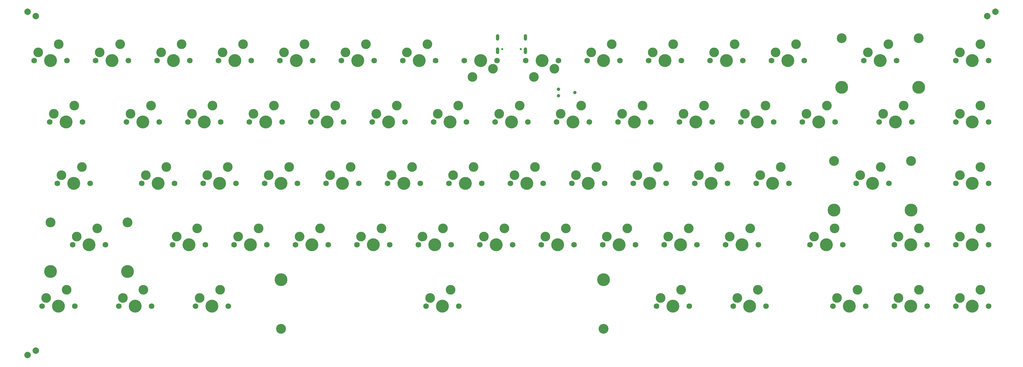
<source format=gts>
G04 #@! TF.GenerationSoftware,KiCad,Pcbnew,(7.0.0)*
G04 #@! TF.CreationDate,2023-05-15T22:10:03-07:00*
G04 #@! TF.ProjectId,pcb-hotswap-rails,7063622d-686f-4747-9377-61702d726169,1.0*
G04 #@! TF.SameCoordinates,Original*
G04 #@! TF.FileFunction,Soldermask,Top*
G04 #@! TF.FilePolarity,Negative*
%FSLAX46Y46*%
G04 Gerber Fmt 4.6, Leading zero omitted, Abs format (unit mm)*
G04 Created by KiCad (PCBNEW (7.0.0)) date 2023-05-15 22:10:03*
%MOMM*%
%LPD*%
G01*
G04 APERTURE LIST*
%ADD10C,1.750000*%
%ADD11C,3.000000*%
%ADD12C,4.000000*%
%ADD13C,2.000000*%
%ADD14C,3.048000*%
%ADD15C,3.987800*%
%ADD16C,1.067000*%
%ADD17C,0.650000*%
%ADD18O,1.000000X2.000000*%
%ADD19O,1.050000X2.100000*%
G04 APERTURE END LIST*
D10*
G04 #@! TO.C,MX18*
X52194500Y74800000D03*
D11*
X53464500Y77340000D03*
D12*
X57274500Y74800000D03*
D11*
X59814500Y79880000D03*
D10*
X62354500Y74800000D03*
G04 #@! TD*
G04 #@! TO.C,MX6*
X99819500Y93850000D03*
D11*
X101089500Y96390000D03*
D12*
X104899500Y93850000D03*
D11*
X107439500Y98930000D03*
D10*
X109979500Y93850000D03*
G04 #@! TD*
D13*
G04 #@! TO.C,REF\u002A\u002A*
X2500000Y109000000D03*
G04 #@! TD*
D10*
G04 #@! TO.C,MX67*
X290319500Y17650000D03*
D11*
X291589500Y20190000D03*
D12*
X295399500Y17650000D03*
D11*
X297939500Y22730000D03*
D10*
X300479500Y17650000D03*
G04 #@! TD*
G04 #@! TO.C,MX59*
X6950750Y17650000D03*
D11*
X8220750Y20190000D03*
D12*
X12030750Y17650000D03*
D11*
X14570750Y22730000D03*
D10*
X17110750Y17650000D03*
G04 #@! TD*
G04 #@! TO.C,MX36*
X114107000Y55750000D03*
D11*
X115377000Y58290000D03*
D12*
X119187000Y55750000D03*
D11*
X121727000Y60830000D03*
D10*
X124267000Y55750000D03*
G04 #@! TD*
G04 #@! TO.C,MX2*
X23619500Y93850000D03*
D11*
X24889500Y96390000D03*
D12*
X28699500Y93850000D03*
D11*
X31239500Y98930000D03*
D10*
X33779500Y93850000D03*
G04 #@! TD*
G04 #@! TO.C,MX60*
X30763250Y17650000D03*
D11*
X32033250Y20190000D03*
D12*
X35843250Y17650000D03*
D11*
X38383250Y22730000D03*
D10*
X40923250Y17650000D03*
G04 #@! TD*
G04 #@! TO.C,MX58*
X290319500Y36700000D03*
D11*
X291589500Y39240000D03*
D12*
X295399500Y36700000D03*
D11*
X297939500Y41780000D03*
D10*
X300479500Y36700000D03*
G04 #@! TD*
G04 #@! TO.C,MX20*
X90294500Y74800000D03*
D11*
X91564500Y77340000D03*
D12*
X95374500Y74800000D03*
D11*
X97914500Y79880000D03*
D10*
X100454500Y74800000D03*
G04 #@! TD*
G04 #@! TO.C,MX40*
X190307000Y55750000D03*
D11*
X191577000Y58290000D03*
D12*
X195387000Y55750000D03*
D11*
X197927000Y60830000D03*
D10*
X200467000Y55750000D03*
G04 #@! TD*
G04 #@! TO.C,MX28*
X242694500Y74800000D03*
D11*
X243964500Y77340000D03*
D12*
X247774500Y74800000D03*
D11*
X250314500Y79880000D03*
D10*
X252854500Y74800000D03*
G04 #@! TD*
G04 #@! TO.C,MX52*
X161732000Y36700000D03*
D11*
X163002000Y39240000D03*
D12*
X166812000Y36700000D03*
D11*
X169352000Y41780000D03*
D10*
X171892000Y36700000D03*
G04 #@! TD*
G04 #@! TO.C,MX8*
X148079500Y93850000D03*
D11*
X146809500Y91310000D03*
D12*
X142999500Y93850000D03*
D11*
X140459500Y88770000D03*
D10*
X137919500Y93850000D03*
G04 #@! TD*
G04 #@! TO.C,MX12*
X214119500Y93850000D03*
D11*
X215389500Y96390000D03*
D12*
X219199500Y93850000D03*
D11*
X221739500Y98930000D03*
D10*
X224279500Y93850000D03*
G04 #@! TD*
G04 #@! TO.C,MX46*
X47432000Y36700000D03*
D11*
X48702000Y39240000D03*
D12*
X52512000Y36700000D03*
D11*
X55052000Y41780000D03*
D10*
X57592000Y36700000D03*
G04 #@! TD*
G04 #@! TO.C,MX38*
X152207000Y55750000D03*
D11*
X153477000Y58290000D03*
D12*
X157287000Y55750000D03*
D11*
X159827000Y60830000D03*
D10*
X162367000Y55750000D03*
G04 #@! TD*
G04 #@! TO.C,MX29*
X266507000Y74800000D03*
D11*
X267777000Y77340000D03*
D12*
X271587000Y74800000D03*
D11*
X274127000Y79880000D03*
D10*
X276667000Y74800000D03*
G04 #@! TD*
G04 #@! TO.C,MX33*
X56957000Y55750000D03*
D11*
X58227000Y58290000D03*
D12*
X62037000Y55750000D03*
D11*
X64577000Y60830000D03*
D10*
X67117000Y55750000D03*
G04 #@! TD*
G04 #@! TO.C,MX43*
X259363250Y55750000D03*
D11*
X260633250Y58290000D03*
D12*
X264443250Y55750000D03*
D11*
X266983250Y60830000D03*
D10*
X269523250Y55750000D03*
G04 #@! TD*
G04 #@! TO.C,MX34*
X76007000Y55750000D03*
D11*
X77277000Y58290000D03*
D12*
X81087000Y55750000D03*
D11*
X83627000Y60830000D03*
D10*
X86167000Y55750000D03*
G04 #@! TD*
D13*
G04 #@! TO.C,REF\u002A\u002A*
X5000000Y3850000D03*
G04 #@! TD*
D10*
G04 #@! TO.C,MX9*
X167129500Y93850000D03*
D11*
X165859500Y91310000D03*
D12*
X162049500Y93850000D03*
D11*
X159509500Y88770000D03*
D10*
X156969500Y93850000D03*
G04 #@! TD*
G04 #@! TO.C,MX64*
X221263250Y17650000D03*
D11*
X222533250Y20190000D03*
D12*
X226343250Y17650000D03*
D11*
X228883250Y22730000D03*
D10*
X231423250Y17650000D03*
G04 #@! TD*
G04 #@! TO.C,MX62*
X126013250Y17650000D03*
D11*
X127283250Y20190000D03*
D12*
X131093250Y17650000D03*
D11*
X133633250Y22730000D03*
D10*
X136173250Y17650000D03*
G04 #@! TD*
G04 #@! TO.C,MX1*
X4569500Y93850000D03*
D11*
X5839500Y96390000D03*
D12*
X9649500Y93850000D03*
D11*
X12189500Y98930000D03*
D10*
X14729500Y93850000D03*
G04 #@! TD*
G04 #@! TO.C,MX54*
X199832000Y36700000D03*
D11*
X201102000Y39240000D03*
D12*
X204912000Y36700000D03*
D11*
X207452000Y41780000D03*
D10*
X209992000Y36700000D03*
G04 #@! TD*
G04 #@! TO.C,MX48*
X85532000Y36700000D03*
D11*
X86802000Y39240000D03*
D12*
X90612000Y36700000D03*
D11*
X93152000Y41780000D03*
D10*
X95692000Y36700000D03*
G04 #@! TD*
G04 #@! TO.C,MX35*
X95057000Y55750000D03*
D11*
X96327000Y58290000D03*
D12*
X100137000Y55750000D03*
D11*
X102677000Y60830000D03*
D10*
X105217000Y55750000D03*
G04 #@! TD*
G04 #@! TO.C,MX57*
X271269500Y36700000D03*
D11*
X272539500Y39240000D03*
D12*
X276349500Y36700000D03*
D11*
X278889500Y41780000D03*
D10*
X281429500Y36700000D03*
G04 #@! TD*
D13*
G04 #@! TO.C,REF\u002A\u002A*
X2500000Y2500000D03*
G04 #@! TD*
D10*
G04 #@! TO.C,MX39*
X171257000Y55750000D03*
D11*
X172527000Y58290000D03*
D12*
X176337000Y55750000D03*
D11*
X178877000Y60830000D03*
D10*
X181417000Y55750000D03*
G04 #@! TD*
D13*
G04 #@! TO.C,REF\u002A\u002A*
X302549000Y109000000D03*
G04 #@! TD*
D10*
G04 #@! TO.C,MX21*
X109344500Y74800000D03*
D11*
X110614500Y77340000D03*
D12*
X114424500Y74800000D03*
D11*
X116964500Y79880000D03*
D10*
X119504500Y74800000D03*
G04 #@! TD*
G04 #@! TO.C,MX23*
X147444500Y74800000D03*
D11*
X148714500Y77340000D03*
D12*
X152524500Y74800000D03*
D11*
X155064500Y79880000D03*
D10*
X157604500Y74800000D03*
G04 #@! TD*
G04 #@! TO.C,MX19*
X71244500Y74800000D03*
D11*
X72514500Y77340000D03*
D12*
X76324500Y74800000D03*
D11*
X78864500Y79880000D03*
D10*
X81404500Y74800000D03*
G04 #@! TD*
G04 #@! TO.C,MX56*
X245075750Y36700000D03*
D11*
X246345750Y39240000D03*
D12*
X250155750Y36700000D03*
D11*
X252695750Y41780000D03*
D10*
X255235750Y36700000D03*
G04 #@! TD*
G04 #@! TO.C,MX44*
X290319500Y55750000D03*
D11*
X291589500Y58290000D03*
D12*
X295399500Y55750000D03*
D11*
X297939500Y60830000D03*
D10*
X300479500Y55750000D03*
G04 #@! TD*
D13*
G04 #@! TO.C,REF\u002A\u002A*
X300049000Y107650000D03*
G04 #@! TD*
D14*
G04 #@! TO.C,REF\u002A\u002A*
X254886500Y100835000D03*
D15*
X254886500Y85595000D03*
D14*
X278762500Y100835000D03*
D15*
X278762500Y85595000D03*
G04 #@! TD*
D10*
G04 #@! TO.C,MX7*
X118869500Y93850000D03*
D11*
X120139500Y96390000D03*
D12*
X123949500Y93850000D03*
D11*
X126489500Y98930000D03*
D10*
X129029500Y93850000D03*
G04 #@! TD*
G04 #@! TO.C,MX17*
X33144500Y74800000D03*
D11*
X34414500Y77340000D03*
D12*
X38224500Y74800000D03*
D11*
X40764500Y79880000D03*
D10*
X43304500Y74800000D03*
G04 #@! TD*
G04 #@! TO.C,MX63*
X197450750Y17650000D03*
D11*
X198720750Y20190000D03*
D12*
X202530750Y17650000D03*
D11*
X205070750Y22730000D03*
D10*
X207610750Y17650000D03*
G04 #@! TD*
G04 #@! TO.C,MX45*
X16475750Y36700000D03*
D11*
X17745750Y39240000D03*
D12*
X21555750Y36700000D03*
D11*
X24095750Y41780000D03*
D10*
X26635750Y36700000D03*
G04 #@! TD*
G04 #@! TO.C,MX16*
X9332000Y74800000D03*
D11*
X10602000Y77340000D03*
D12*
X14412000Y74800000D03*
D11*
X16952000Y79880000D03*
D10*
X19492000Y74800000D03*
G04 #@! TD*
G04 #@! TO.C,MX55*
X218882000Y36700000D03*
D11*
X220152000Y39240000D03*
D12*
X223962000Y36700000D03*
D11*
X226502000Y41780000D03*
D10*
X229042000Y36700000D03*
G04 #@! TD*
D14*
G04 #@! TO.C,REF\u002A\u002A*
X181093250Y10665000D03*
D15*
X181093250Y25905000D03*
D14*
X81093250Y10665000D03*
D15*
X81093250Y25905000D03*
G04 #@! TD*
D14*
G04 #@! TO.C,REF\u002A\u002A*
X252505250Y62735000D03*
D15*
X252505250Y47495000D03*
D14*
X276381250Y62735000D03*
D15*
X276381250Y47495000D03*
G04 #@! TD*
D10*
G04 #@! TO.C,MX42*
X228407000Y55750000D03*
D11*
X229677000Y58290000D03*
D12*
X233487000Y55750000D03*
D11*
X236027000Y60830000D03*
D10*
X238567000Y55750000D03*
G04 #@! TD*
G04 #@! TO.C,MX26*
X204594500Y74800000D03*
D11*
X205864500Y77340000D03*
D12*
X209674500Y74800000D03*
D11*
X212214500Y79880000D03*
D10*
X214754500Y74800000D03*
G04 #@! TD*
G04 #@! TO.C,MX5*
X80769500Y93850000D03*
D11*
X82039500Y96390000D03*
D12*
X85849500Y93850000D03*
D11*
X88389500Y98930000D03*
D10*
X90929500Y93850000D03*
G04 #@! TD*
G04 #@! TO.C,MX49*
X104582000Y36700000D03*
D11*
X105852000Y39240000D03*
D12*
X109662000Y36700000D03*
D11*
X112202000Y41780000D03*
D10*
X114742000Y36700000D03*
G04 #@! TD*
G04 #@! TO.C,MX53*
X180782000Y36700000D03*
D11*
X182052000Y39240000D03*
D12*
X185862000Y36700000D03*
D11*
X188402000Y41780000D03*
D10*
X190942000Y36700000D03*
G04 #@! TD*
G04 #@! TO.C,MX50*
X123632000Y36700000D03*
D11*
X124902000Y39240000D03*
D12*
X128712000Y36700000D03*
D11*
X131252000Y41780000D03*
D10*
X133792000Y36700000D03*
G04 #@! TD*
G04 #@! TO.C,MX41*
X209357000Y55750000D03*
D11*
X210627000Y58290000D03*
D12*
X214437000Y55750000D03*
D11*
X216977000Y60830000D03*
D10*
X219517000Y55750000D03*
G04 #@! TD*
G04 #@! TO.C,MX11*
X195069500Y93850000D03*
D11*
X196339500Y96390000D03*
D12*
X200149500Y93850000D03*
D11*
X202689500Y98930000D03*
D10*
X205229500Y93850000D03*
G04 #@! TD*
G04 #@! TO.C,MX65*
X252219500Y17650000D03*
D11*
X253489500Y20190000D03*
D12*
X257299500Y17650000D03*
D11*
X259839500Y22730000D03*
D10*
X262379500Y17650000D03*
G04 #@! TD*
G04 #@! TO.C,MX24*
X166494500Y74800000D03*
D11*
X167764500Y77340000D03*
D12*
X171574500Y74800000D03*
D11*
X174114500Y79880000D03*
D10*
X176654500Y74800000D03*
G04 #@! TD*
G04 #@! TO.C,MX14*
X261744500Y93850000D03*
D11*
X263014500Y96390000D03*
D12*
X266824500Y93850000D03*
D11*
X269364500Y98930000D03*
D10*
X271904500Y93850000D03*
G04 #@! TD*
G04 #@! TO.C,MX4*
X61719500Y93850000D03*
D11*
X62989500Y96390000D03*
D12*
X66799500Y93850000D03*
D11*
X69339500Y98930000D03*
D10*
X71879500Y93850000D03*
G04 #@! TD*
G04 #@! TO.C,MX13*
X233169500Y93850000D03*
D11*
X234439500Y96390000D03*
D12*
X238249500Y93850000D03*
D11*
X240789500Y98930000D03*
D10*
X243329500Y93850000D03*
G04 #@! TD*
G04 #@! TO.C,MX3*
X42669500Y93850000D03*
D11*
X43939500Y96390000D03*
D12*
X47749500Y93850000D03*
D11*
X50289500Y98930000D03*
D10*
X52829500Y93850000D03*
G04 #@! TD*
G04 #@! TO.C,MX66*
X271269500Y17650000D03*
D11*
X272539500Y20190000D03*
D12*
X276349500Y17650000D03*
D11*
X278889500Y22730000D03*
D10*
X281429500Y17650000D03*
G04 #@! TD*
G04 #@! TO.C,MX15*
X290319500Y93850000D03*
D11*
X291589500Y96390000D03*
D12*
X295399500Y93850000D03*
D11*
X297939500Y98930000D03*
D10*
X300479500Y93850000D03*
G04 #@! TD*
G04 #@! TO.C,MX31*
X11713250Y55750000D03*
D11*
X12983250Y58290000D03*
D12*
X16793250Y55750000D03*
D11*
X19333250Y60830000D03*
D10*
X21873250Y55750000D03*
G04 #@! TD*
G04 #@! TO.C,MX27*
X223644500Y74800000D03*
D11*
X224914500Y77340000D03*
D12*
X228724500Y74800000D03*
D11*
X231264500Y79880000D03*
D10*
X233804500Y74800000D03*
G04 #@! TD*
G04 #@! TO.C,MX61*
X54575750Y17650000D03*
D11*
X55845750Y20190000D03*
D12*
X59655750Y17650000D03*
D11*
X62195750Y22730000D03*
D10*
X64735750Y17650000D03*
G04 #@! TD*
G04 #@! TO.C,MX47*
X66482000Y36700000D03*
D11*
X67752000Y39240000D03*
D12*
X71562000Y36700000D03*
D11*
X74102000Y41780000D03*
D10*
X76642000Y36700000D03*
G04 #@! TD*
D13*
G04 #@! TO.C,REF\u002A\u002A*
X5000000Y107650000D03*
G04 #@! TD*
D10*
G04 #@! TO.C,MX32*
X37907000Y55750000D03*
D11*
X39177000Y58290000D03*
D12*
X42987000Y55750000D03*
D11*
X45527000Y60830000D03*
D10*
X48067000Y55750000D03*
G04 #@! TD*
G04 #@! TO.C,MX10*
X176019500Y93850000D03*
D11*
X177289500Y96390000D03*
D12*
X181099500Y93850000D03*
D11*
X183639500Y98930000D03*
D10*
X186179500Y93850000D03*
G04 #@! TD*
D14*
G04 #@! TO.C,REF\u002A\u002A*
X9617750Y43685000D03*
D15*
X9617750Y28445000D03*
D14*
X33493750Y43685000D03*
D15*
X33493750Y28445000D03*
G04 #@! TD*
D10*
G04 #@! TO.C,MX51*
X142682000Y36700000D03*
D11*
X143952000Y39240000D03*
D12*
X147762000Y36700000D03*
D11*
X150302000Y41780000D03*
D10*
X152842000Y36700000D03*
G04 #@! TD*
G04 #@! TO.C,MX30*
X290319500Y74800000D03*
D11*
X291589500Y77340000D03*
D12*
X295399500Y74800000D03*
D11*
X297939500Y79880000D03*
D10*
X300479500Y74800000D03*
G04 #@! TD*
G04 #@! TO.C,MX22*
X128394500Y74800000D03*
D11*
X129664500Y77340000D03*
D12*
X133474500Y74800000D03*
D11*
X136014500Y79880000D03*
D10*
X138554500Y74800000D03*
G04 #@! TD*
G04 #@! TO.C,MX37*
X133157000Y55750000D03*
D11*
X134427000Y58290000D03*
D12*
X138237000Y55750000D03*
D11*
X140777000Y60830000D03*
D10*
X143317000Y55750000D03*
G04 #@! TD*
G04 #@! TO.C,MX25*
X185544500Y74800000D03*
D11*
X186814500Y77340000D03*
D12*
X190624500Y74800000D03*
D11*
X193164500Y79880000D03*
D10*
X195704500Y74800000D03*
G04 #@! TD*
D16*
G04 #@! TO.C,J1*
X172207000Y83970000D03*
X167127000Y82954000D03*
X167127000Y84986000D03*
G04 #@! TD*
D17*
G04 #@! TO.C,J2*
X149647000Y97420000D03*
X155427000Y97420000D03*
D18*
X148216999Y101099999D03*
X156856999Y101099999D03*
D19*
X148216999Y96919999D03*
X156856999Y96919999D03*
G04 #@! TD*
M02*

</source>
